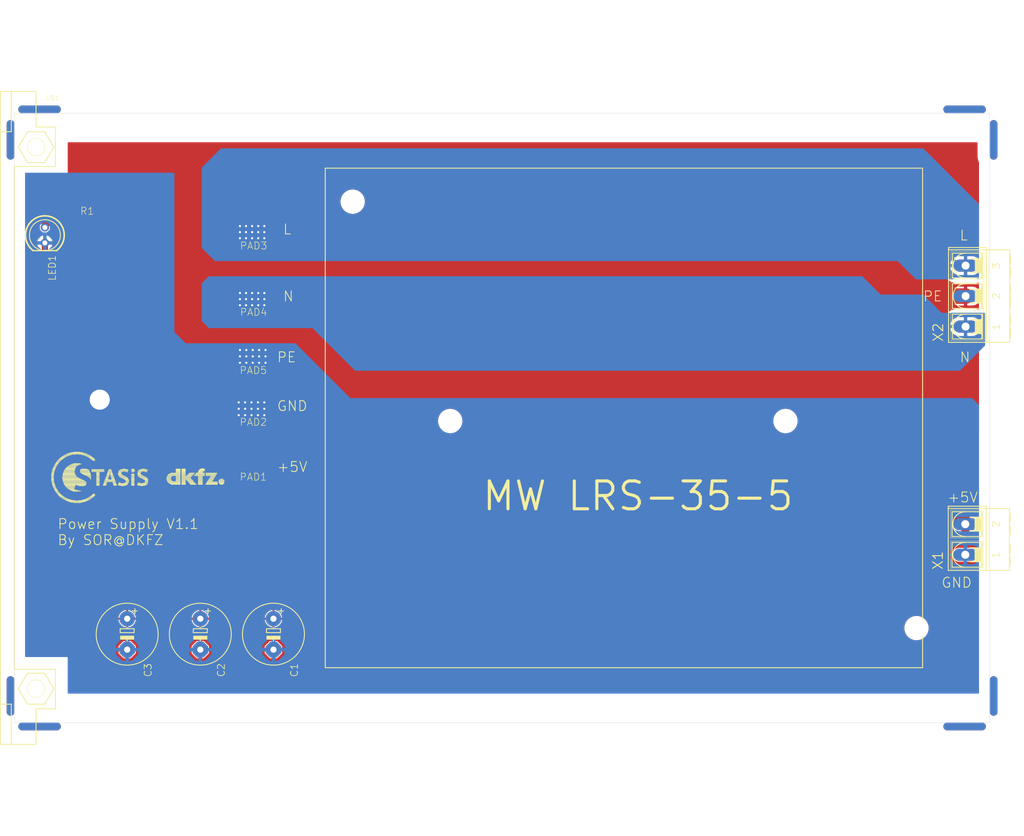
<source format=kicad_pcb>
(kicad_pcb (version 20240108) (generator "pcbnew") (generator_version "8.0")
  (layers (0 "F.Cu" signal) (31 "B.Cu" signal) (34 "B.Paste" user) (35 "F.Paste" user) (36 "B.SilkS" user "B.Silkscreen") (37 "F.SilkS" user "F.Silkscreen") (38 "B.Mask" user) (39 "F.Mask" user) (44 "Edge.Cuts" user))
  (net 0 "")
  (net 1 "N$1")
  (net 2 "GND")
  (net 3 "+5V")
  (net 4 "L")
  (net 5 "N")
  (footprint "" (layer "F.Cu") (at 123.9911 69.5036)
    (property "Reference" "@HOLE0" (hide yes))
    (property "Value" "")
    (pad "" np_thru_hole circle (at 0 0) (size 3.5 3.5) (drill 3.5) (layers "*.Cu" "*.Mask"))
  )
  (footprint "Power Supply V1p1:LOGO_DKFZ" (layer "F.Cu") (at 93.4911 116.0036)
    (property "Reference" "U$3" (hide yes))
    (property "Value" "" (hide yes))
  )
  (footprint "Power Supply V1p1:SMD2,54-5,08_412" (layer "F.Cu") (at 107.4911 103.5036 90)
    (property "Reference" "PAD2" (at -1.5 2.5 0) (layer "F.SilkS") (effects (font (size 1.176528 1.176528) (thickness 0.093472)) (justify right top)))
    (property "Value" "GND")
    (pad "1" smd rect (at 0 0 90) (size 2.54 5.08) (layers "F.Cu" "F.Paste" "F.Mask") (net 2 "GND"))
  )
  (footprint "Power Supply V1p1:SMD2,54-5,08_412" (layer "F.Cu") (at 107.4911 95.0036 90)
    (property "Reference" "PAD5" (at -1.5 2.5 0) (layer "F.SilkS") (effects (font (size 1.176528 1.176528) (thickness 0.093472)) (justify right top)))
    (property "Value" "GND")
    (pad "1" smd rect (at 0 0 90) (size 2.54 5.08) (layers "F.Cu" "F.Paste" "F.Mask") (net 2 "GND"))
  )
  (footprint "" (layer "F.Cu") (at 139.9911 105.5036)
    (property "Reference" "@HOLE2" (hide yes))
    (property "Value" "")
    (pad "" np_thru_hole circle (at 0 0) (size 3.5 3.5) (drill 3.5) (layers "*.Cu" "*.Mask"))
  )
  (footprint "Power Supply V1p1:SMD2,54-5,08_412" (layer "F.Cu") (at 107.4911 112.5036 90)
    (property "Reference" "PAD1" (at -1.5 2.5 0) (layer "F.SilkS") (effects (font (size 1.176528 1.176528) (thickness 0.093472)) (justify right top)))
    (property "Value" "5V")
    (pad "1" smd rect (at 0 0 90) (size 2.54 5.08) (layers "F.Cu" "F.Paste" "F.Mask") (net 3 "+5V"))
  )
  (footprint "" (layer "F.Cu") (at 194.9911 105.5036)
    (property "Reference" "@HOLE3" (hide yes))
    (property "Value" "")
    (pad "" np_thru_hole circle (at 0 0) (size 3.5 3.5) (drill 3.5) (layers "*.Cu" "*.Mask"))
  )
  (footprint "Power Supply V1p1:R1206_334" (layer "F.Cu") (at 80.4911 73.0036)
    (property "Reference" "R1" (at -1.27 -1.27 0) (layer "F.SilkS") (effects (font (size 1.176528 1.176528) (thickness 0.093472)) (justify left bottom)))
    (property "Value" "330")
    (pad "1" smd rect (at -1.422 0) (size 1.6 1.803) (layers "F.Cu" "F.Paste" "F.Mask") (net 1 "N$1"))
    (pad "2" smd rect (at 1.422 0) (size 1.6 1.803) (layers "F.Cu" "F.Paste" "F.Mask") (net 3 "+5V"))
  )
  (footprint "Power Supply V1p1:LED5MM_259" (layer "F.Cu") (at 73.4911 75.0036 -90)
    (property "Reference" "LED1" (at 3.175 -0.5334 90) (layer "F.SilkS") (effects (font (size 1.1557 1.1557) (thickness 0.1143)) (justify right top)))
    (property "Value" "")
    (pad "A" thru_hole roundrect (at -1.27 0 270) (size 1.3208 1.3208) (drill 0.8128) (layers "*.Cu" "*.Mask") (chamfer_ratio 0.2928932188) (chamfer top_left top_right bottom_left bottom_right) (net 1 "N$1"))
    (pad "K" thru_hole roundrect (at 1.27 0 270) (size 1.3208 1.3208) (drill 0.8128) (layers "*.Cu" "*.Mask") (chamfer_ratio 0.2928932188) (chamfer top_left top_right bottom_left bottom_right) (net 2 "GND"))
  )
  (footprint "Power Supply V1p1:E5-10,5_334" (layer "F.Cu") (at 98.9911 140.5036 -90)
    (property "Reference" "C2" (at 4.699 -2.7432 90) (layer "F.SilkS") (effects (font (size 1.1557 1.1557) (thickness 0.1143)) (justify right top)))
    (property "Value" "470µF")
    (pad "+" thru_hole circle (at -2.54 0 270) (size 2.54 2.54) (drill 1.016) (layers "*.Cu" "*.Mask") (net 3 "+5V"))
    (pad "-" thru_hole roundrect (at 2.54 0 270) (size 2.54 2.54) (drill 1.016) (layers "*.Cu" "*.Mask") (chamfer_ratio 0.2928932188) (chamfer top_left top_right bottom_left bottom_right) (net 2 "GND"))
  )
  (footprint "Power Supply V1p1:E5-10,5_334" (layer "F.Cu") (at 86.9911 140.5036 -90)
    (property "Reference" "C3" (at 4.699 -2.7432 90) (layer "F.SilkS") (effects (font (size 1.1557 1.1557) (thickness 0.1143)) (justify right top)))
    (property "Value" "470µF")
    (pad "+" thru_hole circle (at -2.54 0 270) (size 2.54 2.54) (drill 1.016) (layers "*.Cu" "*.Mask") (net 3 "+5V"))
    (pad "-" thru_hole roundrect (at 2.54 0 270) (size 2.54 2.54) (drill 1.016) (layers "*.Cu" "*.Mask") (chamfer_ratio 0.2928932188) (chamfer top_left top_right bottom_left bottom_right) (net 2 "GND"))
  )
  (footprint "Power Supply V1p1:LOGO_STASIS" (layer "F.Cu") (at 83.4911 115.0036)
    (property "Reference" "U$2" (hide yes))
    (property "Value" "" (hide yes))
  )
  (footprint "" (layer "F.Cu") (at 216.4911 139.5036)
    (property "Reference" "@HOLE1" (hide yes))
    (property "Value" "")
    (pad "" np_thru_hole circle (at 0 0) (size 3.5 3.5) (drill 3.5) (layers "*.Cu" "*.Mask"))
  )
  (footprint "Power Supply V1p1:AK500_2-H_181" (layer "F.Cu") (at 224.4911 124.9536 90)
    (property "Reference" "X1" (at -5.08 -3.556 90) (layer "F.SilkS") (effects (font (size 1.61798 1.61798) (thickness 0.16002)) (justify left bottom)))
    (property "Value" "")
    (fp_text user "1" (at -3.175 5.715 90) (layer "F.SilkS") (effects (font (size 1.143 1.143) (thickness 0.127)) (justify left bottom)))
    (fp_text user "2" (at 1.905 5.715 90) (layer "F.SilkS") (effects (font (size 1.143 1.143) (thickness 0.127)) (justify left bottom)))
    (pad "1" thru_hole oval (at -2.5146 0 180) (size 3.9624 1.9812) (drill 1.3208) (layers "*.Cu" "*.Mask") (net 2 "GND"))
    (pad "2" thru_hole oval (at 2.5146 0 180) (size 3.9624 1.9812) (drill 1.3208) (layers "*.Cu" "*.Mask") (net 3 "+5V"))
  )
  (footprint "Power Supply V1p1:E5-10,5_334" (layer "F.Cu") (at 110.9911 140.5036 -90)
    (property "Reference" "C1" (at 4.699 -2.7432 90) (layer "F.SilkS") (effects (font (size 1.1557 1.1557) (thickness 0.1143)) (justify right top)))
    (property "Value" "470µF")
    (pad "+" thru_hole circle (at -2.54 0 270) (size 2.54 2.54) (drill 1.016) (layers "*.Cu" "*.Mask") (net 3 "+5V"))
    (pad "-" thru_hole roundrect (at 2.54 0 270) (size 2.54 2.54) (drill 1.016) (layers "*.Cu" "*.Mask") (chamfer_ratio 0.2928932188) (chamfer top_left top_right bottom_left bottom_right) (net 2 "GND"))
  )
  (footprint "Power Supply V1p1:AK500_3-H_181" (layer "F.Cu") (at 224.5411 85.0036 90)
    (property "Reference" "X2" (at -7.5946 -3.556 90) (layer "F.SilkS") (effects (font (size 1.61798 1.61798) (thickness 0.16002)) (justify left bottom)))
    (property "Value" "")
    (fp_text user "2" (at -0.6096 5.715 90) (layer "F.SilkS") (effects (font (size 1.143 1.143) (thickness 0.127)) (justify left bottom)))
    (fp_text user "1" (at -5.6896 5.715 90) (layer "F.SilkS") (effects (font (size 1.143 1.143) (thickness 0.127)) (justify left bottom)))
    (fp_text user "3" (at 4.318 5.715 90) (layer "F.SilkS") (effects (font (size 1.143 1.143) (thickness 0.127)) (justify left bottom)))
    (pad "1" thru_hole oval (at -5.0038 0 180) (size 3.9624 1.9812) (drill 1.3208) (layers "*.Cu" "*.Mask") (net 5 "N"))
    (pad "2" thru_hole oval (at 0 0 180) (size 3.9624 1.9812) (drill 1.3208) (layers "*.Cu" "*.Mask") (net 2 "GND"))
    (pad "3" thru_hole oval (at 5.0038 0 180) (size 3.9624 1.9812) (drill 1.3208) (layers "*.Cu" "*.Mask") (net 4 "L"))
  )
  (footprint "Power Supply V1p1:SMD2,54-5,08_412" (layer "F.Cu") (at 107.5411 85.4536 90)
    (property "Reference" "PAD4" (at -1.5 2.5 0) (layer "F.SilkS") (effects (font (size 1.176528 1.176528) (thickness 0.093472)) (justify right top)))
    (property "Value" "N")
    (pad "1" smd rect (at 0 0 90) (size 2.54 5.08) (layers "F.Cu" "F.Paste" "F.Mask") (net 5 "N"))
  )
  (footprint "Power Supply V1p1:EK-FP_79" (layer "F.Cu") (at 68.4911 105.0036)
    (property "Reference" "U$1" (at 5.08 -52.07 0) (layer "F.SilkS") (effects (font (size 0.752978 0.752978) (thickness 0.059822)) (justify left bottom)))
    (property "Value" "")
    (fp_line (start -0.635 -43.0276) (end -0.635 -48.26) (stroke (width 1.27)) (layer "F.Cu"))
    (fp_line (start -0.635 43.0276) (end -0.635 48.26) (stroke (width 1.27)) (layer "F.Cu"))
    (fp_line (start 6.985 -50.6476) (end 1.27 -50.6476) (stroke (width 1.27)) (layer "F.Cu"))
    (fp_line (start 6.985 50.6476) (end 1.27 50.6476) (stroke (width 1.27)) (layer "F.Cu"))
    (fp_line (start 153.035 -50.6476) (end 158.75 -50.6476) (stroke (width 1.27)) (layer "F.Cu"))
    (fp_line (start 153.035 50.6476) (end 158.75 50.6476) (stroke (width 1.27)) (layer "F.Cu"))
    (fp_line (start 160.655 -43.0276) (end 160.655 -48.26) (stroke (width 1.27)) (layer "F.Cu"))
    (fp_line (start 160.655 43.0276) (end 160.655 48.26) (stroke (width 1.27)) (layer "F.Cu"))
    (fp_line (start -0.635 -43.0276) (end -0.635 -48.26) (stroke (width 1.27)) (layer "B.Cu"))
    (fp_line (start -0.635 43.0276) (end -0.635 48.26) (stroke (width 1.27)) (layer "B.Cu"))
    (fp_line (start 6.985 -50.6476) (end 1.27 -50.6476) (stroke (width 1.27)) (layer "B.Cu"))
    (fp_line (start 6.985 50.6476) (end 1.27 50.6476) (stroke (width 1.27)) (layer "B.Cu"))
    (fp_line (start 153.035 -50.6476) (end 158.75 -50.6476) (stroke (width 1.27)) (layer "B.Cu"))
    (fp_line (start 153.035 50.6476) (end 158.75 50.6476) (stroke (width 1.27)) (layer "B.Cu"))
    (fp_line (start 160.655 -43.0276) (end 160.655 -48.26) (stroke (width 1.27)) (layer "B.Cu"))
    (fp_line (start 160.655 43.0276) (end 160.655 48.26) (stroke (width 1.27)) (layer "B.Cu"))
    (fp_line (start 0 -50.0126) (end 0 50.0126) (stroke (width 0.05)) (layer "Edge.Cuts"))
    (fp_line (start 0 50.0126) (end 160.02 50.0126) (stroke (width 0.05)) (layer "Edge.Cuts"))
    (fp_line (start 160.02 -50.0126) (end 0 -50.0126) (stroke (width 0.05)) (layer "Edge.Cuts"))
    (fp_line (start 160.02 50.0126) (end 160.02 -50.0126) (stroke (width 0.05)) (layer "Edge.Cuts"))
    (pad "" np_thru_hole circle (at 3.556 -44.45) (size 2.794 2.794) (drill 2.794) (layers "*.Cu" "*.Mask"))
    (pad "" np_thru_hole circle (at 3.556 44.45) (size 2.794 2.794) (drill 2.794) (layers "*.Cu" "*.Mask"))
    (zone (net 0) (net_name "") (layer "B.Cu") (connect_pads (clearance 0)) (min_thickness 0.25)
      (keepout (tracks not_allowed) (vias not_allowed) (pads not_allowed) (copperpour not_allowed) (footprints allowed))
      (fill (thermal_gap 0.5) (thermal_bridge_width 0.5))
      (polygon (pts (xy 75.2221 60.5536) (xy 75.202136 60.198113) (xy 75.142496 59.847096) (xy 75.04393 59.504964) (xy 74.907676 59.176019) (xy 74.735449 58.864398) (xy 74.529415 58.57402) (xy 74.292164 58.308536) (xy 74.02668 58.071285) (xy 73.736302 57.865251) (xy 73.424681 57.693024) (xy 73.095736 57.55677) (xy 72.753604 57.458204) (xy 72.402587 57.398564) (xy 72.0471 57.3786) (xy 71.691613 57.398564) (xy 71.340596 57.458204) (xy 70.998464 57.55677) (xy 70.669519 57.693024) (xy 70.357898 57.865251) (xy 70.06752 58.071285) (xy 69.802036 58.308536) (xy 69.564785 58.57402) (xy 69.358751 58.864398) (xy 69.186524 59.176019) (xy 69.05027 59.504964) (xy 68.951704 59.847096) (xy 68.892064 60.198113) (xy 68.8721 60.5536) (xy 68.892064 60.909087) (xy 68.951704 61.260104) (xy 69.05027 61.602236) (xy 69.186524 61.931181) (xy 69.358751 62.242802) (xy 69.564785 62.53318) (xy 69.802036 62.798664) (xy 70.06752 63.035915) (xy 70.357898 63.241949) (xy 70.669519 63.414176) (xy 70.998464 63.55043) (xy 71.340596 63.648996) (xy 71.691613 63.708636) (xy 72.0471 63.7286) (xy 72.402587 63.708636) (xy 72.753604 63.648996) (xy 73.095736 63.55043) (xy 73.424681 63.414176) (xy 73.736302 63.241949) (xy 74.02668 63.035915) (xy 74.292164 62.798664) (xy 74.529415 62.53318) (xy 74.735449 62.242802) (xy 74.907676 61.931181) (xy 75.04393 61.602236) (xy 75.142496 61.260104) (xy 75.202136 60.909087)))
    )
    (zone (net 0) (net_name "") (layer "B.Cu") (connect_pads (clearance 0)) (min_thickness 0.25)
      (keepout (tracks not_allowed) (vias not_allowed) (pads not_allowed) (copperpour not_allowed) (footprints allowed))
      (fill (thermal_gap 0.5) (thermal_bridge_width 0.5))
      (polygon (pts (xy 75.2221 149.4536) (xy 75.202136 149.098113) (xy 75.142496 148.747096) (xy 75.04393 148.404964) (xy 74.907676 148.076019) (xy 74.735449 147.764398) (xy 74.529415 147.47402) (xy 74.292164 147.208536) (xy 74.02668 146.971285) (xy 73.736302 146.765251) (xy 73.424681 146.593024) (xy 73.095736 146.45677) (xy 72.753604 146.358204) (xy 72.402587 146.298564) (xy 72.0471 146.2786) (xy 71.691613 146.298564) (xy 71.340596 146.358204) (xy 70.998464 146.45677) (xy 70.669519 146.593024) (xy 70.357898 146.765251) (xy 70.06752 146.971285) (xy 69.802036 147.208536) (xy 69.564785 147.47402) (xy 69.358751 147.764398) (xy 69.186524 148.076019) (xy 69.05027 148.404964) (xy 68.951704 148.747096) (xy 68.892064 149.098113) (xy 68.8721 149.4536) (xy 68.892064 149.809087) (xy 68.951704 150.160104) (xy 69.05027 150.502236) (xy 69.186524 150.831181) (xy 69.358751 151.142802) (xy 69.564785 151.43318) (xy 69.802036 151.698664) (xy 70.06752 151.935915) (xy 70.357898 152.141949) (xy 70.669519 152.314176) (xy 70.998464 152.45043) (xy 71.340596 152.548996) (xy 71.691613 152.608636) (xy 72.0471 152.6286) (xy 72.402587 152.608636) (xy 72.753604 152.548996) (xy 73.095736 152.45043) (xy 73.424681 152.314176) (xy 73.736302 152.141949) (xy 74.02668 151.935915) (xy 74.292164 151.698664) (xy 74.529415 151.43318) (xy 74.735449 151.142802) (xy 74.907676 150.831181) (xy 75.04393 150.502236) (xy 75.142496 150.160104) (xy 75.202136 149.809087)))
    )
  )
  (footprint "Power Supply V1p1:SMD2,54-5,08_412" (layer "F.Cu") (at 107.5411 74.5536 90)
    (property "Reference" "PAD3" (at -1.5 2.5 0) (layer "F.SilkS") (effects (font (size 1.176528 1.176528) (thickness 0.093472)) (justify right top)))
    (property "Value" "L")
    (pad "1" smd rect (at 0 0 90) (size 2.54 5.08) (layers "F.Cu" "F.Paste" "F.Mask") (net 4 "L"))
  )
  (gr_line (start 217.4911 146.0036) (end 119.4911 146.0036) (stroke (width 0.1524)) (layer "F.SilkS"))
  (gr_line (start 119.4911 64.0036) (end 217.4911 64.0036) (stroke (width 0.1524)) (layer "F.SilkS"))
  (gr_line (start 217.4911 64.0036) (end 217.4911 146.0036) (stroke (width 0.1524)) (layer "F.SilkS"))
  (gr_line (start 119.4911 146.0036) (end 119.4911 64.0036) (stroke (width 0.1524)) (layer "F.SilkS"))
  (gr_text "MW LRS-35-5" (at 144.9911 120.5036 0) (layer "F.SilkS") (effects (font (size 4.572 4.572) (thickness 0.508)) (justify left bottom)))
  (gr_text "N" (at 223.4911 96.0036 0) (layer "F.SilkS") (effects (font (size 1.63576 1.63576) (thickness 0.14224)) (justify left bottom)))
  (gr_text "PE" (at 217.4911 86.0036 0) (layer "F.SilkS") (effects (font (size 1.63576 1.63576) (thickness 0.14224)) (justify left bottom)))
  (gr_text "N" (at 112.4911 86.0036 0) (layer "F.SilkS") (effects (font (size 1.63576 1.63576) (thickness 0.14224)) (justify left bottom)))
  (gr_text "+5V" (at 111.4911 114.0036 0) (layer "F.SilkS") (effects (font (size 1.63576 1.63576) (thickness 0.14224)) (justify left bottom)))
  (gr_text "L" (at 112.4911 75.0036 0) (layer "F.SilkS") (effects (font (size 1.63576 1.63576) (thickness 0.14224)) (justify left bottom)))
  (gr_text "PE" (at 111.4911 96.0036 0) (layer "F.SilkS") (effects (font (size 1.63576 1.63576) (thickness 0.14224)) (justify left bottom)))
  (gr_text "Power Supply V1.1\nBy SOR@DKFZ" (at 75.4911 126.0036 0) (layer "F.SilkS") (effects (font (size 1.63576 1.63576) (thickness 0.14224)) (justify left bottom)))
  (gr_text "GND" (at 220.4911 133.0036 0) (layer "F.SilkS") (effects (font (size 1.63576 1.63576) (thickness 0.14224)) (justify left bottom)))
  (gr_text "+5V" (at 221.4911 119.0036 0) (layer "F.SilkS") (effects (font (size 1.63576 1.63576) (thickness 0.14224)) (justify left bottom)))
  (gr_text "GND" (at 111.4911 104.0036 0) (layer "F.SilkS") (effects (font (size 1.63576 1.63576) (thickness 0.14224)) (justify left bottom)))
  (gr_text "L" (at 223.4911 76.0036 0) (layer "F.SilkS") (effects (font (size 1.63576 1.63576) (thickness 0.14224)) (justify left bottom)))
  (segment (start 79.0691 73.0036) (end 73.4911 73.0036) (width 1.016) (layer "F.Cu") (net 1))
  (segment (start 73.4911 73.0036) (end 73.4911 73.7336) (width 1.016) (layer "F.Cu") (net 1))
  (segment (start 73.4911 76.2736) (end 73.4911 79.2736) (width 1.016) (layer "F.Cu") (net 2))
  (segment (start 224.5411 85.0036) (end 221.4911 85.0036) (width 2.54) (layer "F.Cu") (net 2))
  (via (at 109.4911 104.5536) (size 0.7564) (drill 0.35) (layers "F.Cu" "B.Cu") (net 2))
  (via (at 106.5411 93.8536) (size 0.7564) (drill 0.35) (layers "F.Cu" "B.Cu") (net 2))
  (via (at 109.6911 93.8536) (size 0.7564) (drill 0.35) (layers "F.Cu" "B.Cu") (net 2))
  (via (at 108.4411 104.5536) (size 0.7564) (drill 0.35) (layers "F.Cu" "B.Cu") (net 2))
  (via (at 106.5411 94.9036) (size 0.7564) (drill 0.35) (layers "F.Cu" "B.Cu") (net 2))
  (via (at 106.3411 102.4536) (size 0.7564) (drill 0.35) (layers "F.Cu" "B.Cu") (net 2))
  (via (at 108.4411 103.5036) (size 0.7564) (drill 0.35) (layers "F.Cu" "B.Cu") (net 2))
  (via (at 107.3911 104.5536) (size 0.7564) (drill 0.35) (layers "F.Cu" "B.Cu") (net 2))
  (via (at 105.4911 94.9036) (size 0.7564) (drill 0.35) (layers "F.Cu" "B.Cu") (net 2))
  (via (at 107.3911 102.4536) (size 0.7564) (drill 0.35) (layers "F.Cu" "B.Cu") (net 2))
  (via (at 106.5411 95.9536) (size 0.7564) (drill 0.35) (layers "F.Cu" "B.Cu") (net 2))
  (via (at 108.6411 95.9536) (size 0.7564) (drill 0.35) (layers "F.Cu" "B.Cu") (net 2))
  (via (at 105.2911 103.5036) (size 0.7564) (drill 0.35) (layers "F.Cu" "B.Cu") (net 2))
  (via (at 109.4911 103.5036) (size 0.7564) (drill 0.35) (layers "F.Cu" "B.Cu") (net 2))
  (via (at 109.6911 95.9536) (size 0.7564) (drill 0.35) (layers "F.Cu" "B.Cu") (net 2))
  (via (at 105.2911 104.5536) (size 0.7564) (drill 0.35) (layers "F.Cu" "B.Cu") (net 2))
  (via (at 107.3911 103.5036) (size 0.7564) (drill 0.35) (layers "F.Cu" "B.Cu") (net 2))
  (via (at 108.4411 102.4536) (size 0.7564) (drill 0.35) (layers "F.Cu" "B.Cu") (net 2))
  (via (at 108.6411 94.9036) (size 0.7564) (drill 0.35) (layers "F.Cu" "B.Cu") (net 2))
  (via (at 105.4911 95.9536) (size 0.7564) (drill 0.35) (layers "F.Cu" "B.Cu") (net 2))
  (via (at 107.5911 94.9036) (size 0.7564) (drill 0.35) (layers "F.Cu" "B.Cu") (net 2))
  (via (at 108.6411 93.8536) (size 0.7564) (drill 0.35) (layers "F.Cu" "B.Cu") (net 2))
  (via (at 109.6911 94.9036) (size 0.7564) (drill 0.35) (layers "F.Cu" "B.Cu") (net 2))
  (via (at 105.2911 102.4536) (size 0.7564) (drill 0.35) (layers "F.Cu" "B.Cu") (net 2))
  (via (at 82.4911 102.0036) (size 3.7064) (drill 3.3) (layers "F.Cu" "B.Cu") (net 2))
  (via (at 107.5911 93.8536) (size 0.7564) (drill 0.35) (layers "F.Cu" "B.Cu") (net 2))
  (via (at 106.3411 104.5536) (size 0.7564) (drill 0.35) (layers "F.Cu" "B.Cu") (net 2))
  (via (at 106.3411 103.5036) (size 0.7564) (drill 0.35) (layers "F.Cu" "B.Cu") (net 2))
  (via (at 105.4911 93.8536) (size 0.7564) (drill 0.35) (layers "F.Cu" "B.Cu") (net 2))
  (via (at 107.5911 95.9536) (size 0.7564) (drill 0.35) (layers "F.Cu" "B.Cu") (net 2))
  (via (at 109.4911 102.4536) (size 0.7564) (drill 0.35) (layers "F.Cu" "B.Cu") (net 2))
  (segment (start 224.4911 122.439) (end 214.5557 112.5036) (width 2.54) (layer "F.Cu") (net 3))
  (segment (start 214.5557 112.5036) (end 107.4911 112.5036) (width 0.508) (layer "F.Cu") (net 3))
  (segment (start 81.9131 86.9256) (end 81.9131 73.0036) (width 0.508) (layer "F.Cu") (net 3))
  (segment (start 107.4911 112.5036) (end 81.9131 86.9256) (width 0.508) (layer "F.Cu") (net 3))
  (segment (start 107.5411 74.5536) (end 107.5911 74.5036) (width 2.54) (layer "F.Cu") (net 4))
  (segment (start 107.5911 74.5036) (end 108.4911 74.5036) (width 2.54) (layer "F.Cu") (net 4))
  (via (at 107.4911 75.5036) (size 0.7564) (drill 0.35) (layers "F.Cu" "B.Cu") (net 4))
  (via (at 106.4911 75.5036) (size 0.7564) (drill 0.35) (layers "F.Cu" "B.Cu") (net 4))
  (via (at 105.4911 73.5036) (size 0.7564) (drill 0.35) (layers "F.Cu" "B.Cu") (net 4))
  (via (at 105.4911 75.5036) (size 0.7564) (drill 0.35) (layers "F.Cu" "B.Cu") (net 4))
  (via (at 107.4911 74.5036) (size 0.7564) (drill 0.35) (layers "F.Cu" "B.Cu") (net 4))
  (via (at 107.4911 73.5036) (size 0.7564) (drill 0.35) (layers "F.Cu" "B.Cu") (net 4))
  (via (at 108.4911 73.5036) (size 0.7564) (drill 0.35) (layers "F.Cu" "B.Cu") (net 4))
  (via (at 109.4911 74.5036) (size 0.7564) (drill 0.35) (layers "F.Cu" "B.Cu") (net 4))
  (via (at 108.4911 74.5036) (size 0.7564) (drill 0.35) (layers "F.Cu" "B.Cu") (net 4))
  (via (at 109.4911 75.5036) (size 0.7564) (drill 0.35) (layers "F.Cu" "B.Cu") (net 4))
  (via (at 106.4911 73.5036) (size 0.7564) (drill 0.35) (layers "F.Cu" "B.Cu") (net 4))
  (via (at 108.4911 75.5036) (size 0.7564) (drill 0.35) (layers "F.Cu" "B.Cu") (net 4))
  (via (at 106.4911 74.5036) (size 0.7564) (drill 0.35) (layers "F.Cu" "B.Cu") (net 4))
  (via (at 105.4911 74.5036) (size 0.7564) (drill 0.35) (layers "F.Cu" "B.Cu") (net 4))
  (via (at 109.4911 73.5036) (size 0.7564) (drill 0.35) (layers "F.Cu" "B.Cu") (net 4))
  (segment (start 223.4873 79.9998) (end 218.0411 74.5536) (width 0.508) (layer "B.Cu") (net 4))
  (segment (start 218.0411 74.5536) (end 107.5411 74.5536) (width 0.508) (layer "B.Cu") (net 4))
  (segment (start 224.5411 79.9998) (end 223.4873 79.9998) (width 0.508) (layer "B.Cu") (net 4))
  (segment (start 108.4411 85.4536) (end 108.4911 85.5036) (width 2.54) (layer "F.Cu") (net 5))
  (segment (start 107.5411 85.4536) (end 108.4411 85.4536) (width 2.54) (layer "F.Cu") (net 5))
  (via (at 107.4911 85.5036) (size 0.7564) (drill 0.35) (layers "F.Cu" "B.Cu") (net 5))
  (via (at 105.4911 85.5036) (size 0.7564) (drill 0.35) (layers "F.Cu" "B.Cu") (net 5))
  (via (at 106.4911 85.5036) (size 0.7564) (drill 0.35) (layers "F.Cu" "B.Cu") (net 5))
  (via (at 105.4911 84.5036) (size 0.7564) (drill 0.35) (layers "F.Cu" "B.Cu") (net 5))
  (via (at 109.4911 84.5036) (size 0.7564) (drill 0.35) (layers "F.Cu" "B.Cu") (net 5))
  (via (at 108.4911 86.5036) (size 0.7564) (drill 0.35) (layers "F.Cu" "B.Cu") (net 5))
  (via (at 109.4911 86.5036) (size 0.7564) (drill 0.35) (layers "F.Cu" "B.Cu") (net 5))
  (via (at 108.4911 85.5036) (size 0.7564) (drill 0.35) (layers "F.Cu" "B.Cu") (net 5))
  (via (at 109.4911 85.5036) (size 0.7564) (drill 0.35) (layers "F.Cu" "B.Cu") (net 5))
  (via (at 107.4911 84.5036) (size 0.7564) (drill 0.35) (layers "F.Cu" "B.Cu") (net 5))
  (via (at 105.4911 86.5036) (size 0.7564) (drill 0.35) (layers "F.Cu" "B.Cu") (net 5))
  (via (at 106.4911 86.5036) (size 0.7564) (drill 0.35) (layers "F.Cu" "B.Cu") (net 5))
  (via (at 107.4911 86.5036) (size 0.7564) (drill 0.35) (layers "F.Cu" "B.Cu") (net 5))
  (via (at 106.4911 84.5036) (size 0.7564) (drill 0.35) (layers "F.Cu" "B.Cu") (net 5))
  (via (at 108.4911 84.5036) (size 0.7564) (drill 0.35) (layers "F.Cu" "B.Cu") (net 5))
  (segment (start 224.5411 90.0074) (end 220.4949 90.0074) (width 0.508) (layer "B.Cu") (net 5))
  (segment (start 215.9411 85.4536) (end 107.5411 85.4536) (width 0.508) (layer "B.Cu") (net 5))
  (segment (start 220.4949 90.0074) (end 215.9411 85.4536) (width 0.508) (layer "B.Cu") (net 5))
  (zone (net 3) (net_name "+5V") (layer "F.Cu") (priority 6) (connect_pads (clearance 0.000001)) (min_thickness 0.127) (fill yes (thermal_gap 0.304) (thermal_bridge_width 0.304))
    (polygon (pts (xy 226.6181 150.1306) (xy 77.3641 150.1306) (xy 77.3641 144.1306) (xy 72.3641 144.1306) (xy 72.3641 108.8766) (xy 226.6181 108.8766)))
  )
  (zone (net 2) (net_name "GND") (layer "F.Cu") (priority 6) (connect_pads (clearance 2)) (min_thickness 0.254) (fill yes (thermal_gap 0.558) (thermal_bridge_width 0.558))
    (polygon (pts (xy 226.7451 107.2576) (xy 72.2371 107.2576) (xy 72.2371 65.7496) (xy 77.2371 65.7496) (xy 77.2371 59.7496) (xy 226.7451 59.7496)))
  )
  (zone (net 5) (net_name "N") (layer "B.Cu") (priority 6) (connect_pads (clearance 0.000001)) (min_thickness 0.254) (fill yes (thermal_gap 0.558) (thermal_bridge_width 0.558))
    (polygon (pts (xy 210.59631 84.7496) (xy 217.59631 84.7496) (xy 220.59631 87.7496) (xy 227.7451 87.7496) (xy 227.7451 93.10881) (xy 223.59631 97.2576) (xy 124.38589 97.2576) (xy 117.38589 90.2576) (xy 100.38589 90.2576) (xy 99.2371 89.10881) (xy 99.2371 82.89839) (xy 100.38589 81.7496) (xy 207.59631 81.7496)))
  )
  (zone (net 2) (net_name "GND") (layer "B.Cu") (priority 6) (connect_pads (clearance 0.000001)) (min_thickness 0.254) (fill yes (thermal_gap 0.558) (thermal_bridge_width 0.558))
    (polygon (pts (xy 94.7451 90.89839) (xy 96.59631 92.7496) (xy 114.59631 92.7496) (xy 123.59631 101.7496) (xy 225.59631 101.7496) (xy 226.7451 102.89839) (xy 226.7451 150.2576) (xy 77.2371 150.2576) (xy 77.2371 144.2576) (xy 70.2371 144.2576) (xy 70.2371 64.7496) (xy 94.7451 64.7496)))
  )
  (zone (net 4) (net_name "L") (layer "B.Cu") (priority 6) (connect_pads (clearance 2)) (min_thickness 0.254) (fill yes (thermal_gap 0.558) (thermal_bridge_width 0.558))
    (polygon (pts (xy 226.7451 69.89839) (xy 226.7451 82.2576) (xy 216.38589 82.2576) (xy 213.38589 79.2576) (xy 101.38589 79.2576) (xy 99.2371 77.10881) (xy 99.2371 63.89839) (xy 102.38589 60.7496) (xy 217.59631 60.7496)))
  )
)
</source>
